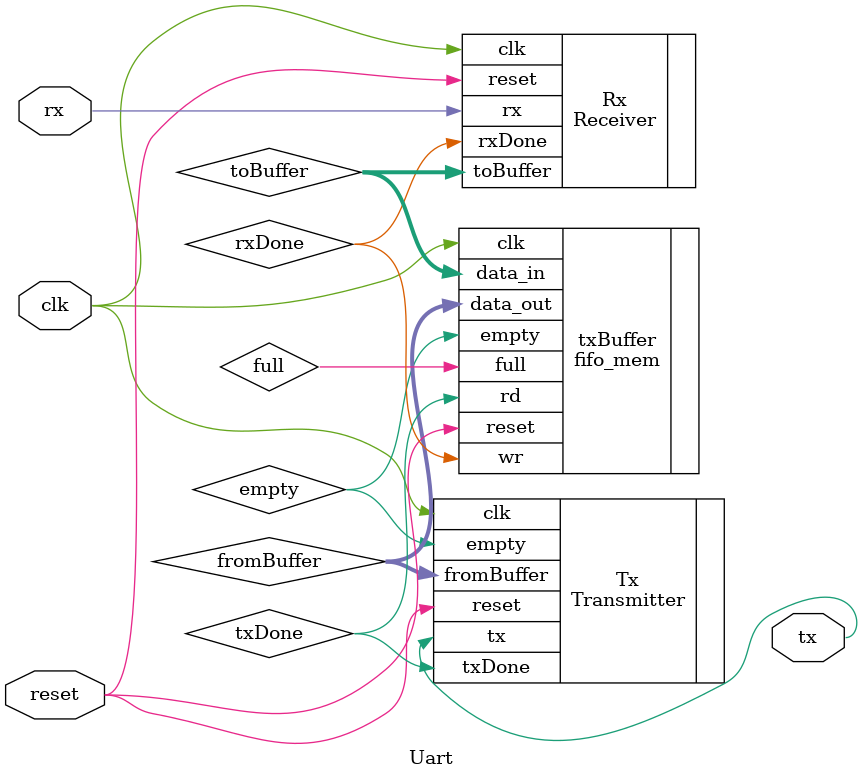
<source format=v>
module Uart  (clk, reset, rx, tx);
    input wire clk, reset;

    // rx interface
    input wire rx;
    
    // tx interface
    output wire tx;

    wire full, empty;
    wire [7:0] fromBuffer;
    wire txDone;
    wire [7:0] toBuffer;
    wire rxDone;
    
    Receiver Rx (
        .clk(clk), 
        .rx(rx), 
        .reset(reset), 
        .toBuffer(toBuffer),    // to test
        .rxDone(rxDone)
    );
    Transmitter Tx (
        .clk(clk), 
        .empty(empty), 
        .fromBuffer(fromBuffer), 
        .reset(reset), 
        .tx(tx), 
        .txDone(txDone)
    );
    fifo_mem txBuffer (
        .clk(clk),
        .reset(reset), 
        .wr(rxDone),             // to test
        .rd(txDone), 
        .data_in(toBuffer),     // to test
        .data_out(fromBuffer), 
        .empty(empty),
        .full(full)
    );

endmodule
</source>
